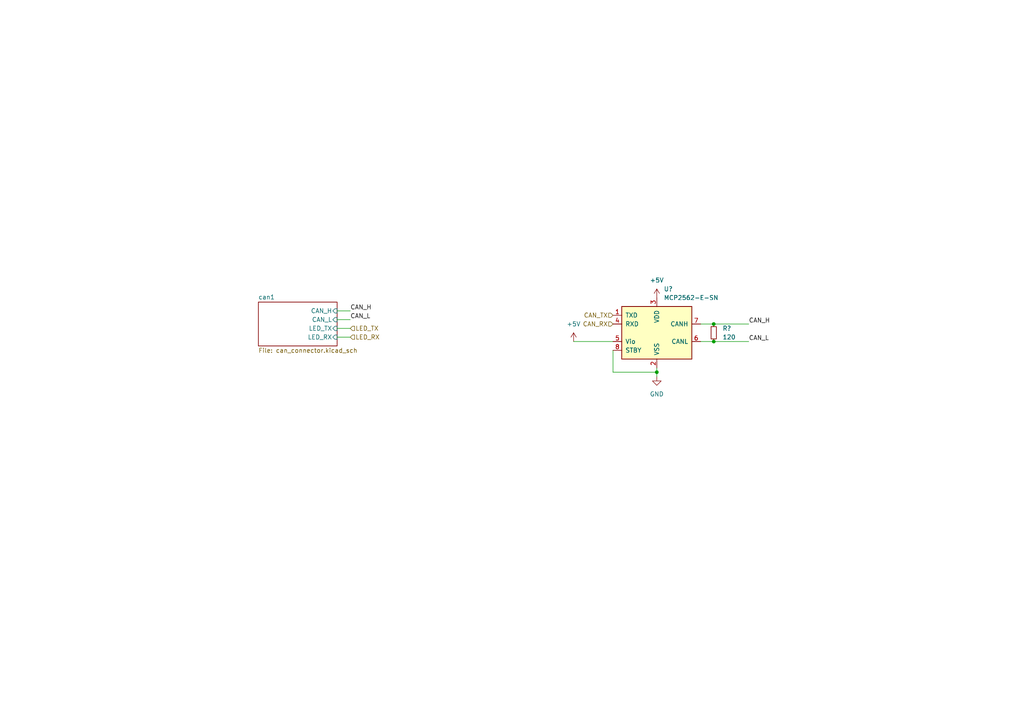
<source format=kicad_sch>
(kicad_sch (version 20211123) (generator eeschema)
  (paper "A4")
  (lib_symbols
    (symbol "Device:R_Small" (pin_numbers hide) (pin_names (offset 0.254) hide)
      (property "Reference" "R" (at 0.762 0.508 0))
      (property "Value" "R_Small" (at 0.762 -1.016 0))
      (symbol "R_Small_0_1"
        (rectangle (start -0.762 1.778) (end 0.762 -1.778) (stroke (width 0.2032)))
      )
      (symbol "R_Small_1_1"
        (pin passive line (at 0 2.54 270) (length 0.762) (name "~") (number "1"))
        (pin passive line (at 0 -2.54 90) (length 0.762) (name "~") (number "2"))
      )
    )
    (symbol "Interface_CAN_LIN:MCP2562-E-SN" (pin_names (offset 1.016))
      (property "Reference" "U" (at -10.16 8.89 0))
      (property "Value" "MCP2562-E-SN" (at 2.54 8.89 0))
      (symbol "MCP2562-E-SN_0_1"
        (rectangle (start -10.16 7.62) (end 10.16 -7.62) (stroke (width 0.254)) (fill (type background)))
      )
      (symbol "MCP2562-E-SN_1_1"
        (pin input line (at -12.7 5.08 0) (length 2.54) (name "TXD") (number "1"))
        (pin power_in line (at 0 -10.16 90) (length 2.54) (name "VSS") (number "2"))
        (pin power_in line (at 0 10.16 270) (length 2.54) (name "VDD") (number "3"))
        (pin output line (at -12.7 2.54 0) (length 2.54) (name "RXD") (number "4"))
        (pin power_in line (at -12.7 -2.54 0) (length 2.54) (name "Vio") (number "5"))
        (pin bidirectional line (at 12.7 -2.54 180) (length 2.54) (name "CANL") (number "6"))
        (pin bidirectional line (at 12.7 2.54 180) (length 2.54) (name "CANH") (number "7"))
        (pin input line (at -12.7 -5.08 0) (length 2.54) (name "STBY") (number "8"))
      )
    )
    (symbol "power:+5V" (power) (pin_names (offset 0))
      (property "Value" "+5V" (at 0 3.556 0))
      (symbol "+5V_0_1"
        (polyline (pts (xy -0.762 1.27) (xy 0 2.54)))
        (polyline (pts (xy 0 0) (xy 0 2.54)))
        (polyline (pts (xy 0 2.54) (xy 0.762 1.27)))
      )
      (symbol "+5V_1_1"
        (pin power_in line (at 0 0 90) (length 0) hide (name "+5V") (number "1"))
      )
    )
    (symbol "power:GND" (power) (pin_names (offset 0))
      (property "Value" "GND" (at 0 -3.81 0))
      (symbol "GND_0_1"
        (polyline (pts (xy 0 0) (xy 0 -1.27) (xy 1.27 -1.27) (xy 0 -2.54) (xy -1.27 -1.27) (xy 0 -1.27)))
      )
      (symbol "GND_1_1"
        (pin power_in line (at 0 0 270) (length 0) hide (name "GND") (number "1"))
      )
    )
  )
  (junction (at 207.01 93.98))
  (junction (at 190.5 107.95))
  (junction (at 207.01 99.06))
  (wire (pts (xy 97.79 97.79) (xy 101.6 97.79)))
  (wire (pts (xy 190.5 107.95) (xy 190.5 109.22)))
  (wire (pts (xy 177.8 107.95) (xy 190.5 107.95)))
  (wire (pts (xy 97.79 92.71) (xy 101.6 92.71)))
  (wire (pts (xy 190.5 106.68) (xy 190.5 107.95)))
  (wire (pts (xy 97.79 90.17) (xy 101.6 90.17)))
  (wire (pts (xy 217.17 99.06) (xy 207.01 99.06)))
  (wire (pts (xy 217.17 93.98) (xy 207.01 93.98)))
  (wire (pts (xy 207.01 99.06) (xy 203.2 99.06)))
  (wire (pts (xy 177.8 101.6) (xy 177.8 107.95)))
  (wire (pts (xy 207.01 93.98) (xy 203.2 93.98)))
  (wire (pts (xy 97.79 95.25) (xy 101.6 95.25)))
  (wire (pts (xy 166.37 99.06) (xy 177.8 99.06)))
  (label "CAN_H" (at 217.17 93.98 0))
  (label "CAN_L" (at 217.17 99.06 0))
  (label "CAN_L" (at 101.6 92.71 0))
  (label "CAN_H" (at 101.6 90.17 0))
  (hierarchical_label "CAN_RX" (shape input) (at 177.8 93.98 180))
  (hierarchical_label "LED_RX" (shape input) (at 101.6 97.79 0))
  (hierarchical_label "CAN_TX" (shape input) (at 177.8 91.44 180))
  (hierarchical_label "LED_TX" (shape input) (at 101.6 95.25 0))
  (symbol (lib_id "power:+5V") (at 190.5 86.36 0) (unit 1)
    (property "Reference" "#PWR?" (effects hide))
    (property "Value" "+5V" (at 190.5 81.28 0))
  )
  (symbol (lib_id "Interface_CAN_LIN:MCP2562-E-SN") (at 190.5 96.52 0) (unit 1)
    (property "Reference" "U?" (at 192.5194 83.82 0) (effects (justify left)))
    (property "Value" "MCP2562-E-SN" (at 192.5194 86.36 0) (effects (justify left)))
    (property "Footprint" "Package_SO:SOIC-8_3.9x4.9mm_P1.27mm" (effects hide))
    (property "Datasheet" "http://ww1.microchip.com/downloads/en/DeviceDoc/25167A.pdf" (effects hide))
  )
  (symbol (lib_id "power:GND") (at 190.5 109.22 0) (unit 1)
    (property "Reference" "#PWR?" (effects hide))
    (property "Value" "GND" (at 190.5 114.3 0))
  )
  (symbol (lib_id "Device:R_Small") (at 207.01 96.52 0) (unit 1)
    (property "Reference" "R?" (at 209.55 95.2499 0) (effects (justify left)))
    (property "Value" "120" (at 209.55 97.7899 0) (effects (justify left)))
  )
  (symbol (lib_id "power:+5V") (at 166.37 99.06 0) (unit 1)
    (property "Reference" "#PWR?" (effects hide))
    (property "Value" "+5V" (at 166.37 93.98 0))
  )
  (sheet (at 74.93 87.63) (size 22.86 12.7) (stroke (width 0.1524))
    (property "Sheet name" "can1" (at 74.93 86.9184 0) (effects (justify left bottom)))
    (property "Sheet file" "can_connector.kicad_sch" (at 74.93 100.9146 0) (effects (justify left top)))
    (pin "CAN_H" input (at 97.79 90.17 0))
    (pin "CAN_L" input (at 97.79 92.71 0))
    (pin "LED_TX" input (at 97.79 95.25 0))
    (pin "LED_RX" input (at 97.79 97.79 0))
  )
)
</source>
